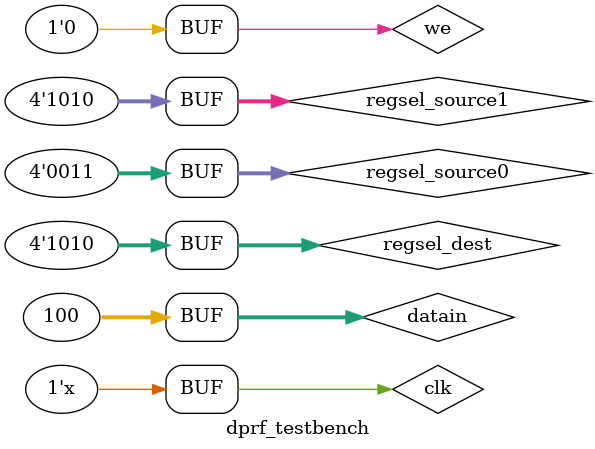
<source format=v>




`timescale 1ns / 1ps

module dprf_testbench;

	reg clk, reset, we;
	reg[3:0] regsel_dest, regsel_source0, regsel_source1;
	reg[31:0] datain;
	wire[31:0] dataout0, dataout1;
	

	// Instantiate the Unit Under Test
	DPRF dprf(clk, reset, we, regsel_dest, regsel_source0, regsel_source1, datain, dataout0, dataout1);

	always
		#5 clk = !clk;
		
	initial begin
		#100;
		datain = 30;
		#100;
		regsel_dest = 3;
		#100;
		we = 1;
		#100;
		we = 0;
		#100;
		regsel_dest = 10;
		#100;
		datain = 100;
		#100;
		regsel_source0 = 3;
		#100;
		regsel_source1 = 10;
		#100;
	end
		
	initial begin
		$monitor("Dataout0: %d\n Dataout1: %d\n", dataout0, dataout1);
	end
      
endmodule
</source>
